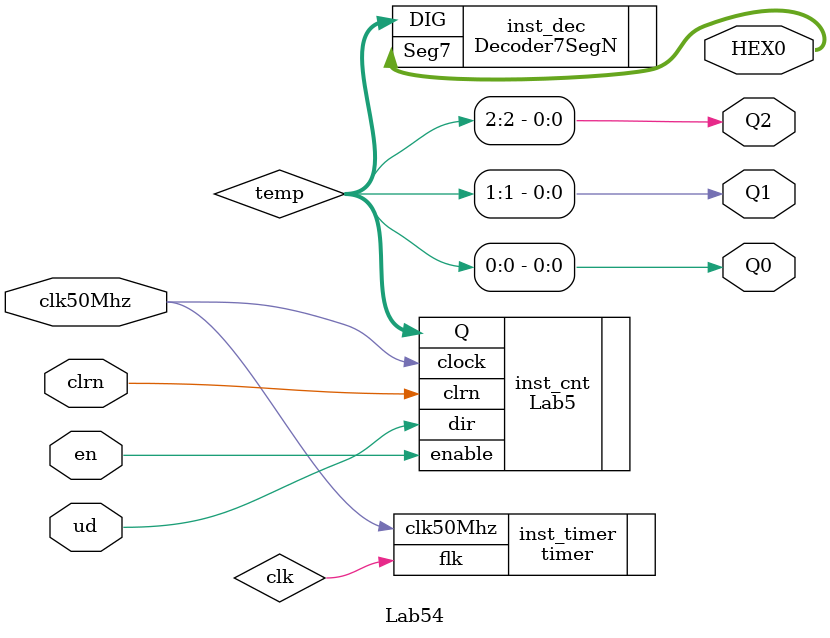
<source format=v>
module Lab54(clk50Mhz,en,clrn,ud, HEX0, Q0, Q1, Q2);

input clk50Mhz, en,clrn,ud;
output [0:6] HEX0;
output Q0, Q1, Q2;

wire[2:0] temp;
wire clk;
timer inst_timer(.clk50Mhz(clk50Mhz), .flk(clk));
Lab5 inst_cnt(.clock(clk50Mhz), .enable(en), .clrn(clrn), .dir(ud), .Q(temp));
Decoder7SegN inst_dec(.DIG(temp), .Seg7(HEX0));

 assign Q0 = temp[0];
 assign Q1 = temp[1];
 assign Q2 = temp[2];
 
endmodule
</source>
